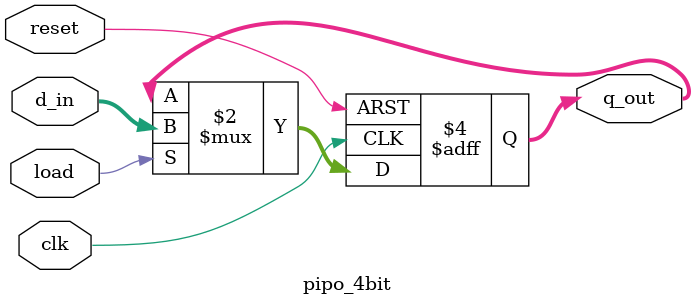
<source format=v>
module pipo_4bit (
    input  wire       clk,
    input  wire       reset,
    input  wire       load,
    input  wire [3:0] d_in,
    output reg  [3:0] q_out
);

    always @(posedge clk or posedge reset) begin
        if (reset)
            q_out <= 4'b0000;
        else if (load)
            q_out <= d_in;
    end

endmodule

</source>
